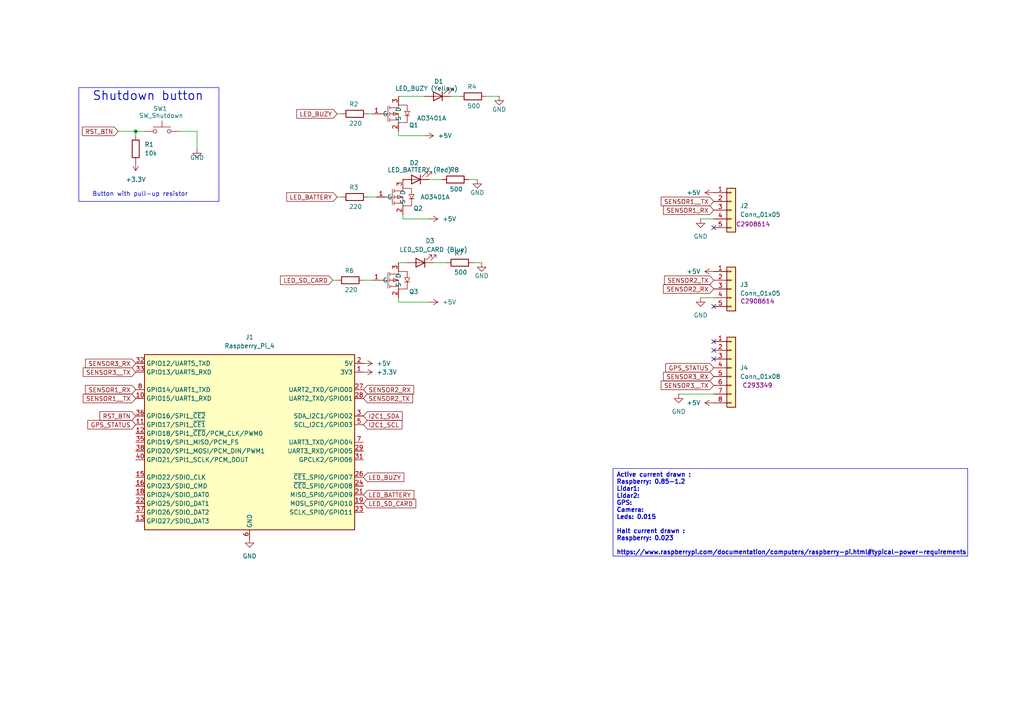
<source format=kicad_sch>
(kicad_sch (version 20250114) (generator "eeschema") (generator_version "9.0")
  (paper "A4")
  (lib_symbols
    (symbol "Connector:Raspberry_Pi_4"
      (property "Reference" "J1" (at 0 30.48 0))
      (property "Value" "Raspberry_Pi_4" (at 0 27.94 0))
      (symbol "Raspberry_Pi_4_0_1"
        (rectangle (start -30.48 25.4) (end 30.48 -25.4) (stroke (width 0.254)) (fill (type background)))
      )
      (symbol "Raspberry_Pi_4_1_1"
        (pin bidirectional line (at -33.02 22.86 0) (length 2.54) (name "GPIO12/UART5_TXD") (number "32"))
        (pin bidirectional line (at -33.02 20.32 0) (length 2.54) (name "GPIO13/UART5_RXD") (number "33"))
        (pin bidirectional line (at -33.02 15.24 0) (length 2.54) (name "GPIO14/UART1_TXD") (number "8"))
        (pin bidirectional line (at -33.02 12.7 0) (length 2.54) (name "GPIO15/UART1_RXD") (number "10"))
        (pin bidirectional line (at -33.02 7.62 0) (length 2.54) (name "GPIO16/SPI1_~{CE2}") (number "36"))
        (pin bidirectional line (at -33.02 5.08 0) (length 2.54) (name "GPIO17/SPI1_~{CE1}") (number "11"))
        (pin bidirectional line (at -33.02 2.54 0) (length 2.54) (name "GPIO18/SPI1_~{CE0}/PCM_CLK/PWM0") (number "12"))
        (pin bidirectional line (at -33.02 0 0) (length 2.54) (name "GPIO19/SPI1_MISO/PCM_FS") (number "35"))
        (pin bidirectional line (at -33.02 -2.54 0) (length 2.54) (name "GPIO20/SPI1_MOSI/PCM_DIN/PWM1") (number "38"))
        (pin bidirectional line (at -33.02 -5.08 0) (length 2.54) (name "GPIO21/SPI1_SCLK/PCM_DOUT") (number "40"))
        (pin bidirectional line (at -33.02 -10.16 0) (length 2.54) (name "GPIO22/SDIO_CLK") (number "15"))
        (pin bidirectional line (at -33.02 -12.7 0) (length 2.54) (name "GPIO23/SDIO_CMD") (number "16"))
        (pin bidirectional line (at -33.02 -15.24 0) (length 2.54) (name "GPIO24/SDIO_DAT0") (number "18"))
        (pin bidirectional line (at -33.02 -17.78 0) (length 2.54) (name "GPIO25/SDIO_DAT1") (number "22"))
        (pin bidirectional line (at -33.02 -20.32 0) (length 2.54) (name "GPIO26/SDIO_DAT2") (number "37"))
        (pin bidirectional line (at -33.02 -22.86 0) (length 2.54) (name "GPIO27/SDIO_DAT3") (number "13"))
        (pin passive line (at 0 -27.94 90) (length 2.54) (hide yes) (name "GND") (number "14"))
        (pin passive line (at 0 -27.94 90) (length 2.54) (hide yes) (name "GND") (number "20"))
        (pin passive line (at 0 -27.94 90) (length 2.54) (hide yes) (name "GND") (number "25"))
        (pin passive line (at 0 -27.94 90) (length 2.54) (hide yes) (name "GND") (number "30"))
        (pin passive line (at 0 -27.94 90) (length 2.54) (hide yes) (name "GND") (number "34"))
        (pin passive line (at 0 -27.94 90) (length 2.54) (hide yes) (name "GND") (number "39"))
        (pin power_out line (at 0 -27.94 90) (length 2.54) (name "GND") (number "6"))
        (pin passive line (at 0 -27.94 90) (length 2.54) (hide yes) (name "GND") (number "9"))
        (pin power_out line (at 33.02 22.86 180) (length 2.54) (name "5V") (number "2"))
        (pin passive line (at 33.02 22.86 180) (length 2.54) (hide yes) (name "5V") (number "4"))
        (pin power_out line (at 33.02 20.32 180) (length 2.54) (name "3V3") (number "1"))
        (pin passive line (at 33.02 20.32 180) (length 2.54) (hide yes) (name "3V3") (number "17"))
        (pin bidirectional line (at 33.02 15.24 180) (length 2.54) (name "UART2_TXD/GPIO00") (number "27"))
        (pin bidirectional line (at 33.02 12.7 180) (length 2.54) (name "UART2_TXD/GPIO01") (number "28"))
        (pin bidirectional line (at 33.02 7.62 180) (length 2.54) (name "SDA_I2C1/GPIO02") (number "3"))
        (pin bidirectional line (at 33.02 5.08 180) (length 2.54) (name "SCL_I2C1/GPIO03") (number "5"))
        (pin bidirectional line (at 33.02 0 180) (length 2.54) (name "UART3_TXD/GPIO04") (number "7"))
        (pin bidirectional line (at 33.02 -2.54 180) (length 2.54) (name "UART3_RXD/GPIO05") (number "29"))
        (pin bidirectional line (at 33.02 -5.08 180) (length 2.54) (name "GPCLK2/GPIO06") (number "31"))
        (pin bidirectional line (at 33.02 -10.16 180) (length 2.54) (name "~{CE1}_SPI0/GPIO07") (number "26"))
        (pin bidirectional line (at 33.02 -12.7 180) (length 2.54) (name "~{CE0}_SPI0/GPIO08") (number "24"))
        (pin bidirectional line (at 33.02 -15.24 180) (length 2.54) (name "MISO_SPI0/GPIO09") (number "21"))
        (pin bidirectional line (at 33.02 -17.78 180) (length 2.54) (name "MOSI_SPI0/GPIO10") (number "19"))
        (pin bidirectional line (at 33.02 -20.32 180) (length 2.54) (name "SCLK_SPI0/GPIO11") (number "23"))
      )
    )
    (symbol "Connector_Generic:Conn_01x05" (pin_names (offset 1.016) (hide yes))
      (property "Reference" "J" (at 0 7.62 0))
      (property "Value" "Conn_01x05" (at 0 -7.62 0))
      (symbol "Conn_01x05_1_1"
        (rectangle (start -1.27 6.35) (end 1.27 -6.35) (stroke (width 0.254)) (fill (type background)))
        (rectangle (start -1.27 5.207) (end 0 4.953) (stroke (width 0.1524)))
        (rectangle (start -1.27 2.667) (end 0 2.413) (stroke (width 0.1524)))
        (rectangle (start -1.27 0.127) (end 0 -0.127) (stroke (width 0.1524)))
        (rectangle (start -1.27 -2.413) (end 0 -2.667) (stroke (width 0.1524)))
        (rectangle (start -1.27 -4.953) (end 0 -5.207) (stroke (width 0.1524)))
        (pin passive line (at -5.08 5.08 0) (length 3.81) (name "Pin_1") (number "1"))
        (pin passive line (at -5.08 2.54 0) (length 3.81) (name "Pin_2") (number "2"))
        (pin passive line (at -5.08 0 0) (length 3.81) (name "Pin_3") (number "3"))
        (pin passive line (at -5.08 -2.54 0) (length 3.81) (name "Pin_4") (number "4"))
        (pin passive line (at -5.08 -5.08 0) (length 3.81) (name "Pin_5") (number "5"))
      )
    )
    (symbol "Connector_Generic:Conn_01x08" (pin_names (offset 1.016) (hide yes))
      (property "Reference" "J" (at 0 10.16 0))
      (property "Value" "Conn_01x08" (at 0 -12.7 0))
      (symbol "Conn_01x08_1_1"
        (rectangle (start -1.27 8.89) (end 1.27 -11.43) (stroke (width 0.254)) (fill (type background)))
        (rectangle (start -1.27 7.747) (end 0 7.493) (stroke (width 0.1524)))
        (rectangle (start -1.27 5.207) (end 0 4.953) (stroke (width 0.1524)))
        (rectangle (start -1.27 2.667) (end 0 2.413) (stroke (width 0.1524)))
        (rectangle (start -1.27 0.127) (end 0 -0.127) (stroke (width 0.1524)))
        (rectangle (start -1.27 -2.413) (end 0 -2.667) (stroke (width 0.1524)))
        (rectangle (start -1.27 -4.953) (end 0 -5.207) (stroke (width 0.1524)))
        (rectangle (start -1.27 -7.493) (end 0 -7.747) (stroke (width 0.1524)))
        (rectangle (start -1.27 -10.033) (end 0 -10.287) (stroke (width 0.1524)))
        (pin passive line (at -5.08 7.62 0) (length 3.81) (name "Pin_1") (number "1"))
        (pin passive line (at -5.08 5.08 0) (length 3.81) (name "Pin_2") (number "2"))
        (pin passive line (at -5.08 2.54 0) (length 3.81) (name "Pin_3") (number "3"))
        (pin passive line (at -5.08 0 0) (length 3.81) (name "Pin_4") (number "4"))
        (pin passive line (at -5.08 -2.54 0) (length 3.81) (name "Pin_5") (number "5"))
        (pin passive line (at -5.08 -5.08 0) (length 3.81) (name "Pin_6") (number "6"))
        (pin passive line (at -5.08 -7.62 0) (length 3.81) (name "Pin_7") (number "7"))
        (pin passive line (at -5.08 -10.16 0) (length 3.81) (name "Pin_8") (number "8"))
      )
    )
    (symbol "Device:LED" (pin_numbers (hide yes)) (pin_names (offset 1.016) (hide yes))
      (property "Reference" "D" (at 0 2.54 0))
      (property "Value" "LED" (at 0 -2.54 0))
      (symbol "LED_0_1"
        (polyline (pts (xy -3.048 -0.762) (xy -4.572 -2.286) (xy -3.81 -2.286) (xy -4.572 -2.286) (xy -4.572 -1.524)))
        (polyline (pts (xy -1.778 -0.762) (xy -3.302 -2.286) (xy -2.54 -2.286) (xy -3.302 -2.286) (xy -3.302 -1.524)))
        (polyline (pts (xy -1.27 0) (xy 1.27 0)))
        (polyline (pts (xy -1.27 -1.27) (xy -1.27 1.27)) (stroke (width 0.254)))
        (polyline (pts (xy 1.27 -1.27) (xy 1.27 1.27) (xy -1.27 0) (xy 1.27 -1.27)) (stroke (width 0.254)))
      )
      (symbol "LED_1_1"
        (pin passive line (at -3.81 0 0) (length 2.54) (name "K") (number "1"))
        (pin passive line (at 3.81 0 180) (length 2.54) (name "A") (number "2"))
      )
    )
    (symbol "Device:R" (pin_numbers (hide yes)) (pin_names (offset 0))
      (property "Reference" "R" (at 2.032 0 90))
      (property "Value" "R" (at 0 0 90))
      (symbol "R_0_1"
        (rectangle (start -1.016 -2.54) (end 1.016 2.54) (stroke (width 0.254)))
      )
      (symbol "R_1_1"
        (pin passive line (at 0 3.81 270) (length 1.27) (name "~") (number "1"))
        (pin passive line (at 0 -3.81 90) (length 1.27) (name "~") (number "2"))
      )
    )
    (symbol "Switch:SW_Push" (pin_numbers (hide yes)) (pin_names (offset 1.016) (hide yes))
      (property "Reference" "SW" (at 1.27 2.54 0))
      (property "Value" "SW_Push" (at 0 -1.524 0))
      (symbol "SW_Push_0_1"
        (circle (center -2.032 0) (radius 0.508))
        (polyline (pts (xy 0 1.27) (xy 0 3.048)))
        (circle (center 2.032 0) (radius 0.508))
        (polyline (pts (xy 2.54 1.27) (xy -2.54 1.27)))
        (pin passive line (at -5.08 0 0) (length 2.54) (name "1") (number "1"))
        (pin passive line (at 5.08 0 180) (length 2.54) (name "2") (number "2"))
      )
    )
    (symbol "easyeda2kicad:AO3401A"
      (property "Reference" "Q" (at 0 10.16 0))
      (property "Value" "AO3401A" (at 0 -10.16 0))
      (symbol "AO3401A_0_1"
        (polyline (pts (xy -2.54 0) (xy -0.51 0)))
        (polyline (pts (xy -0.51 2.29) (xy -0.51 -2.29)))
        (polyline (pts (xy 0 1.27) (xy 0 2.29)))
        (polyline (pts (xy 0 0) (xy 2.54 0) (xy 2.54 -2.54)))
        (polyline (pts (xy 0 -0.51) (xy 0 0.51)))
        (polyline (pts (xy 0 -2.29) (xy 0 -1.27)))
        (polyline (pts (xy 2.54 1.78) (xy 0 1.78)))
        (polyline (pts (xy 2.54 1.78) (xy 2.54 2.54) (xy 5.08 2.54) (xy 5.08 0.76)))
        (polyline (pts (xy 2.54 0) (xy 1.02 0.51) (xy 1.02 -0.51) (xy 2.54 0)) (fill (type background)))
        (polyline (pts (xy 2.54 -1.78) (xy 0 -1.78)))
        (polyline (pts (xy 2.54 -2.54) (xy 5.08 -2.54) (xy 5.08 -0.51)))
        (polyline (pts (xy 5.08 -0.51) (xy 5.84 0.76) (xy 4.32 0.76) (xy 5.08 -0.51)) (fill (type background)))
        (polyline (pts (xy 5.84 -0.51) (xy 5.59 -0.51) (xy 4.57 -0.51) (xy 4.32 -0.51)))
        (pin unspecified line (at -5.08 0 0) (length 2.54) (name "G") (number "1"))
        (pin unspecified line (at 2.54 5.08 270) (length 2.54) (name "D") (number "3"))
        (pin unspecified line (at 2.54 -5.08 90) (length 2.54) (name "S") (number "2"))
      )
    )
    (symbol "power:+3.3V" (power) (pin_numbers (hide yes)) (pin_names (offset 0) (hide yes))
      (property "Value" "+3.3V" (at 0 3.556 0))
      (symbol "+3.3V_0_1"
        (polyline (pts (xy -0.762 1.27) (xy 0 2.54)))
        (polyline (pts (xy 0 2.54) (xy 0.762 1.27)))
        (polyline (pts (xy 0 0) (xy 0 2.54)))
      )
      (symbol "+3.3V_1_1"
        (pin power_in line (at 0 0 90) (length 0) (name "~") (number "1"))
      )
    )
    (symbol "power:+5V" (power) (pin_numbers (hide yes)) (pin_names (offset 0) (hide yes))
      (property "Value" "+5V" (at 0 3.556 0))
      (symbol "+5V_0_1"
        (polyline (pts (xy -0.762 1.27) (xy 0 2.54)))
        (polyline (pts (xy 0 2.54) (xy 0.762 1.27)))
        (polyline (pts (xy 0 0) (xy 0 2.54)))
      )
      (symbol "+5V_1_1"
        (pin power_in line (at 0 0 90) (length 0) (name "~") (number "1"))
      )
    )
    (symbol "power:GND" (power) (pin_numbers (hide yes)) (pin_names (offset 0) (hide yes))
      (property "Value" "GND" (at 0 -3.81 0))
      (symbol "GND_0_1"
        (polyline (pts (xy 0 0) (xy 0 -1.27) (xy 1.27 -1.27) (xy 0 -2.54) (xy -1.27 -1.27) (xy 0 -1.27)))
      )
      (symbol "GND_1_1"
        (pin power_in line (at 0 0 270) (length 0) (name "~") (number "1"))
      )
    )
  )
  (rectangle (start 22.86 25.4) (end 63.5 58.42))
  (text "Button with pull-up resistor" (at 40.64 56.388 0) (effects (font (size 1.27 1.27))))
  (text "Shutdown button" (at 42.926 27.94 0) (effects (font (size 2.54 2.54) (thickness 0.254) (bold yes))))
  (text_box "Active current drawn :\nRaspberry: 0.85-1.2\nLidar1: \nLidar2:\nGPS:\nCamera:\nLeds: 0.015\n\nHalt current drawn :\nRaspberry: 0.023\n\nhttps://www.raspberrypi.com/documentation/computers/raspberry-pi.html#typical-power-requirements" (at 177.8 135.89 0) (size 102.87 25.4) (margins 0.9525 0.9525 0.9525 0.9525) (effects (font (size 1.27 1.27) (thickness 0.254) (bold yes)) (justify left top)))
  (junction (at 39.37 38.1))
  (no_connect (at 207.01 88.9))
  (no_connect (at 207.01 66.04))
  (no_connect (at 207.01 104.14))
  (no_connect (at 207.01 101.6))
  (no_connect (at 207.01 99.06))
  (wire (pts (xy 123.19 39.37) (xy 115.57 39.37)))
  (wire (pts (xy 106.68 57.15) (xy 109.22 57.15)))
  (wire (pts (xy 97.79 57.15) (xy 99.06 57.15)))
  (wire (pts (xy 138.43 52.07) (xy 135.89 52.07)))
  (wire (pts (xy 39.37 39.37) (xy 39.37 38.1)))
  (wire (pts (xy 144.78 27.94) (xy 140.97 27.94)))
  (wire (pts (xy 124.46 52.07) (xy 128.27 52.07)))
  (wire (pts (xy 105.41 81.28) (xy 107.95 81.28)))
  (wire (pts (xy 116.84 63.5) (xy 116.84 62.23)))
  (wire (pts (xy 57.15 43.18) (xy 57.15 38.1)))
  (wire (pts (xy 106.68 33.02) (xy 107.95 33.02)))
  (wire (pts (xy 115.57 27.94) (xy 123.19 27.94)))
  (wire (pts (xy 115.57 87.63) (xy 115.57 86.36)))
  (wire (pts (xy 96.52 81.28) (xy 97.79 81.28)))
  (wire (pts (xy 115.57 39.37) (xy 115.57 38.1)))
  (wire (pts (xy 125.73 76.2) (xy 129.54 76.2)))
  (wire (pts (xy 203.2 86.36) (xy 207.01 86.36)))
  (wire (pts (xy 118.11 76.2) (xy 115.57 76.2)))
  (wire (pts (xy 124.46 87.63) (xy 115.57 87.63)))
  (wire (pts (xy 41.91 38.1) (xy 39.37 38.1)))
  (wire (pts (xy 57.15 38.1) (xy 52.07 38.1)))
  (wire (pts (xy 34.29 38.1) (xy 39.37 38.1)))
  (wire (pts (xy 97.79 33.02) (xy 99.06 33.02)))
  (wire (pts (xy 203.2 63.5) (xy 207.01 63.5)))
  (wire (pts (xy 196.85 114.3) (xy 207.01 114.3)))
  (wire (pts (xy 133.35 27.94) (xy 130.81 27.94)))
  (wire (pts (xy 116.84 63.5) (xy 124.46 63.5)))
  (wire (pts (xy 139.7 76.2) (xy 137.16 76.2)))
  (global_label "SENSOR2_RX" (shape input) (at 105.41 113.03 0) (property "Intersheetrefs" "${INTERSHEET_REFS}" (effects (hide yes))))
  (global_label "SENSOR1__TX" (shape input) (at 39.37 115.57 180) (property "Intersheetrefs" "${INTERSHEET_REFS}" (effects (hide yes))))
  (global_label "SENSOR2_RX" (shape input) (at 207.01 83.82 180) (property "Intersheetrefs" "${INTERSHEET_REFS}" (effects (hide yes))))
  (global_label "GPS_STATUS" (shape input) (at 39.37 123.19 180) (property "Intersheetrefs" "${INTERSHEET_REFS}" (effects (hide yes))))
  (global_label "LED_BATTERY" (shape input) (at 105.41 143.51 0) (property "Intersheetrefs" "${INTERSHEET_REFS}" (effects (hide yes))))
  (global_label "RST_BTN" (shape input) (at 39.37 120.65 180) (property "Intersheetrefs" "${INTERSHEET_REFS}" (effects (hide yes))))
  (global_label "SENSOR2_TX" (shape input) (at 105.41 115.57 0) (property "Intersheetrefs" "${INTERSHEET_REFS}" (effects (hide yes))))
  (global_label "LED_BATTERY" (shape input) (at 97.79 57.15 180) (property "Intersheetrefs" "${INTERSHEET_REFS}" (effects (hide yes))))
  (global_label "GPS_STATUS" (shape input) (at 207.01 106.68 180) (property "Intersheetrefs" "${INTERSHEET_REFS}" (effects (hide yes))))
  (global_label "LED_BUZY" (shape input) (at 97.79 33.02 180) (property "Intersheetrefs" "${INTERSHEET_REFS}" (effects (hide yes))))
  (global_label "I2C1_SCL" (shape input) (at 105.41 123.19 0) (property "Intersheetrefs" "${INTERSHEET_REFS}" (effects (hide yes))))
  (global_label "SENSOR3_RX" (shape input) (at 207.01 109.22 180) (property "Intersheetrefs" "${INTERSHEET_REFS}" (effects (hide yes))))
  (global_label "SENSOR3__TX" (shape input) (at 207.01 111.76 180) (property "Intersheetrefs" "${INTERSHEET_REFS}" (effects (hide yes))))
  (global_label "SENSOR1_RX" (shape input) (at 207.01 60.96 180) (property "Intersheetrefs" "${INTERSHEET_REFS}" (effects (hide yes))))
  (global_label "SENSOR3_RX" (shape input) (at 39.37 105.41 180) (property "Intersheetrefs" "${INTERSHEET_REFS}" (effects (hide yes))))
  (global_label "I2C1_SDA" (shape input) (at 105.41 120.65 0) (property "Intersheetrefs" "${INTERSHEET_REFS}" (effects (hide yes))))
  (global_label "RST_BTN" (shape input) (at 34.29 38.1 180) (property "Intersheetrefs" "${INTERSHEET_REFS}" (effects (hide yes))))
  (global_label "SENSOR2_TX" (shape input) (at 207.01 81.28 180) (property "Intersheetrefs" "${INTERSHEET_REFS}" (effects (hide yes))))
  (global_label "SENSOR3__TX" (shape input) (at 39.37 107.95 180) (property "Intersheetrefs" "${INTERSHEET_REFS}" (effects (hide yes))))
  (global_label "SENSOR1_RX" (shape input) (at 39.37 113.03 180) (property "Intersheetrefs" "${INTERSHEET_REFS}" (effects (hide yes))))
  (global_label "LED_SD_CARD" (shape input) (at 96.52 81.28 180) (property "Intersheetrefs" "${INTERSHEET_REFS}" (effects (hide yes))))
  (global_label "LED_BUZY" (shape input) (at 105.41 138.43 0) (property "Intersheetrefs" "${INTERSHEET_REFS}" (effects (hide yes))))
  (global_label "SENSOR1__TX" (shape input) (at 207.01 58.42 180) (property "Intersheetrefs" "${INTERSHEET_REFS}" (effects (hide yes))))
  (global_label "LED_SD_CARD" (shape input) (at 105.41 146.05 0) (property "Intersheetrefs" "${INTERSHEET_REFS}" (effects (hide yes))))
  (symbol (lib_id "power:+5V") (at 207.01 55.88 90) (unit 1)
    (property "Reference" "#PWR06" (effects (hide yes)))
    (property "Value" "+5V" (at 203.2 55.8799 90) (effects (justify left)))
    (property "Description" "Power symbol creates a global label with name \"+5V\"" (effects (hide yes)))
  )
  (symbol (lib_id "Connector_Generic:Conn_01x05") (at 212.09 83.82 0) (unit 1)
    (property "Reference" "J3" (at 214.63 82.5499 0) (effects (justify left)))
    (property "Value" "Conn_01x05" (at 214.63 85.0899 0) (effects (justify left)))
    (property "Footprint" "Connector_JST:JST_PH_S5B-PH-K_1x05_P2.00mm_Horizontal" (effects (hide yes)))
    (property "Description" "Generic connector, single row, 01x05, script generated (kicad-library-utils/schlib/autogen/connector/)" (effects (hide yes)))
    (property "LCSC Part" "C2908614" (at 219.71 87.376 0))
  )
  (symbol (lib_id "easyeda2kicad:AO3401A") (at 114.3 57.15 0) (unit 1)
    (property "Reference" "Q2" (at 119.888 60.452 0) (effects (justify left)))
    (property "Value" "AO3401A" (at 121.92 57.15 0) (effects (justify left)))
    (property "Footprint" "Package_TO_SOT_SMD:SOT-23W" (effects (hide yes)))
    (property "Datasheet" "https://lcsc.com/product-detail/MOSFET_AOS_AO3401A_AO3401A_C15127.html" (effects (hide yes)))
    (property "LCSC Part" "C15127" (effects (hide yes)))
  )
  (symbol (lib_id "power:+5V") (at 207.01 116.84 90) (unit 1)
    (property "Reference" "#PWR017" (effects (hide yes)))
    (property "Value" "+5V" (at 203.2 116.8399 90) (effects (justify left)))
    (property "Description" "Power symbol creates a global label with name \"+5V\"" (effects (hide yes)))
  )
  (symbol (lib_id "power:GND") (at 72.39 156.21 0) (unit 1)
    (property "Reference" "#PWR08" (effects (hide yes)))
    (property "Value" "GND" (at 72.39 161.29 0))
    (property "Description" "Power symbol creates a global label with name \"GND\" , ground" (effects (hide yes)))
  )
  (symbol (lib_id "Device:R") (at 102.87 33.02 90) (unit 1)
    (property "Reference" "R2" (at 102.616 30.226 90))
    (property "Value" "220" (at 103.124 35.814 90))
    (property "Footprint" "Resistor_SMD:R_0805_2012Metric" (effects (hide yes)))
    (property "Description" "Resistor" (effects (hide yes)))
    (property "LCSC Part" "C17557" (effects (hide yes)))
  )
  (symbol (lib_id "Device:R") (at 101.6 81.28 90) (unit 1)
    (property "Reference" "R6" (at 101.346 78.486 90))
    (property "Value" "220" (at 101.854 84.074 90))
    (property "Footprint" "Resistor_SMD:R_0805_2012Metric" (effects (hide yes)))
    (property "Description" "Resistor" (effects (hide yes)))
    (property "LCSC Part" "C17557" (effects (hide yes)))
  )
  (symbol (lib_id "Device:LED") (at 127 27.94 180) (unit 1)
    (property "Reference" "D1" (at 127.254 23.622 0))
    (property "Value" "LED_BUZY (Yellow)" (at 123.698 25.654 0))
    (property "Footprint" "LED_THT:LED_D3.0mm_Horizontal_O1.27mm_Z2.0mm" (effects (hide yes)))
    (property "Description" "Light emitting diode" (effects (hide yes)))
    (property "Sim.Pins" "1=K 2=A" (effects (hide yes)))
    (property "LCSC Part" "C330775" (effects (hide yes)))
  )
  (symbol (lib_id "Device:R") (at 133.35 76.2 90) (unit 1)
    (property "Reference" "R7" (at 133.096 73.406 90))
    (property "Value" "500" (at 133.604 78.994 90))
    (property "Footprint" "Resistor_SMD:R_0805_2012Metric" (effects (hide yes)))
    (property "Description" "Resistor" (effects (hide yes)))
    (property "LCSC Part" "C17734" (effects (hide yes)))
  )
  (symbol (lib_id "Connector:Raspberry_Pi_4") (at 72.39 128.27 0) (unit 1)
    (property "Reference" "J1" (at 72.39 97.79 0))
    (property "Value" "Raspberry_Pi_4" (at 72.39 100.33 0))
    (property "Footprint" "Connector_PinSocket_2.54mm:PinSocket_2x20_P2.54mm_Vertical" (effects (hide yes)))
    (property "Datasheet" "https://datasheets.raspberrypi.com/rpi4/raspberry-pi-4-datasheet.pdf" (effects (hide yes)))
    (property "Description" "Raspberry Pi 4 Model B" (effects (hide yes)))
    (property "LCSC Part" "C35165" (effects (hide yes)))
  )
  (symbol (lib_id "power:GND") (at 203.2 86.36 0) (unit 1)
    (property "Reference" "#PWR016" (effects (hide yes)))
    (property "Value" "GND" (at 203.2 91.44 0))
    (property "Description" "Power symbol creates a global label with name \"GND\" , ground" (effects (hide yes)))
  )
  (symbol (lib_id "power:GND") (at 144.78 27.94 0) (unit 1)
    (property "Reference" "#PWR013" (effects (hide yes)))
    (property "Value" "GND" (at 144.78 31.75 0))
    (property "Description" "Power symbol creates a global label with name \"GND\" , ground" (effects (hide yes)))
  )
  (symbol (lib_id "Connector_Generic:Conn_01x05") (at 212.09 60.96 0) (unit 1)
    (property "Reference" "J2" (at 214.63 59.6899 0) (effects (justify left)))
    (property "Value" "Conn_01x05" (at 214.63 62.2299 0) (effects (justify left)))
    (property "Footprint" "Connector_JST:JST_PH_S5B-PH-K_1x05_P2.00mm_Horizontal" (effects (hide yes)))
    (property "Description" "Generic connector, single row, 01x05, script generated (kicad-library-utils/schlib/autogen/connector/)" (effects (hide yes)))
    (property "LCSC Part" "C2908614" (at 218.44 65.024 0))
  )
  (symbol (lib_id "power:GND") (at 138.43 52.07 0) (unit 1)
    (property "Reference" "#PWR014" (effects (hide yes)))
    (property "Value" "GND" (at 138.43 55.88 0))
    (property "Description" "Power symbol creates a global label with name \"GND\" , ground" (effects (hide yes)))
  )
  (symbol (lib_id "Device:R") (at 102.87 57.15 90) (unit 1)
    (property "Reference" "R3" (at 102.616 54.356 90))
    (property "Value" "220" (at 103.124 59.944 90))
    (property "Footprint" "Resistor_SMD:R_0805_2012Metric" (effects (hide yes)))
    (property "Description" "Resistor" (effects (hide yes)))
    (property "LCSC Part" "C17557" (effects (hide yes)))
  )
  (symbol (lib_id "power:+5V") (at 105.41 105.41 270) (unit 1)
    (property "Reference" "#PWR01" (effects (hide yes)))
    (property "Value" "+5V" (at 109.22 105.4099 90) (effects (justify left)))
    (property "Description" "Power symbol creates a global label with name \"+5V\"" (effects (hide yes)))
  )
  (symbol (lib_id "Device:LED") (at 120.65 52.07 180) (unit 1)
    (property "Reference" "D2" (at 120.142 47.244 0))
    (property "Value" "LED_BATTERY (Red)" (at 121.666 49.276 0))
    (property "Footprint" "LED_THT:LED_D3.0mm_Horizontal_O1.27mm_Z2.0mm" (effects (hide yes)))
    (property "Description" "Light emitting diode" (effects (hide yes)))
    (property "Sim.Pins" "1=K 2=A" (effects (hide yes)))
    (property "LCSC Part" "C330774" (effects (hide yes)))
  )
  (symbol (lib_id "power:+5V") (at 123.19 39.37 270) (unit 1)
    (property "Reference" "#PWR02" (effects (hide yes)))
    (property "Value" "+5V" (at 127 39.3699 90) (effects (justify left)))
    (property "Description" "Power symbol creates a global label with name \"+5V\"" (effects (hide yes)))
  )
  (symbol (lib_id "Device:R") (at 132.08 52.07 90) (unit 1)
    (property "Reference" "R8" (at 131.826 49.276 90))
    (property "Value" "500" (at 132.334 54.864 90))
    (property "Footprint" "Resistor_SMD:R_0805_2012Metric" (effects (hide yes)))
    (property "Description" "Resistor" (effects (hide yes)))
    (property "LCSC Part" "C17734" (effects (hide yes)))
  )
  (symbol (lib_id "power:+3.3V") (at 39.37 46.99 180) (unit 1)
    (property "Reference" "#PWR010" (effects (hide yes)))
    (property "Value" "+3.3V" (at 39.37 52.07 0))
    (property "Description" "Power symbol creates a global label with name \"+3.3V\"" (effects (hide yes)))
  )
  (symbol (lib_id "easyeda2kicad:AO3401A") (at 113.03 81.28 0) (unit 1)
    (property "Reference" "Q3" (at 118.618 84.582 0) (effects (justify left)))
    (property "Value" "AO3401A" (effects (hide yes)))
    (property "Footprint" "Package_TO_SOT_SMD:SOT-23W" (effects (hide yes)))
    (property "Datasheet" "https://lcsc.com/product-detail/MOSFET_AOS_AO3401A_AO3401A_C15127.html" (effects (hide yes)))
    (property "LCSC Part" "C15127" (effects (hide yes)))
  )
  (symbol (lib_id "power:+5V") (at 207.01 78.74 90) (unit 1)
    (property "Reference" "#PWR07" (effects (hide yes)))
    (property "Value" "+5V" (at 203.2 78.7399 90) (effects (justify left)))
    (property "Description" "Power symbol creates a global label with name \"+5V\"" (effects (hide yes)))
  )
  (symbol (lib_id "power:GND") (at 196.85 114.3 0) (unit 1)
    (property "Reference" "#PWR018" (effects (hide yes)))
    (property "Value" "GND" (at 196.85 119.38 0))
    (property "Description" "Power symbol creates a global label with name \"GND\" , ground" (effects (hide yes)))
  )
  (symbol (lib_id "Connector_Generic:Conn_01x08") (at 212.09 106.68 0) (unit 1)
    (property "Reference" "J4" (at 214.63 106.6799 0) (effects (justify left)))
    (property "Value" "Conn_01x08" (at 214.63 109.2199 0) (effects (justify left)))
    (property "Footprint" "Connector_Molex:Molex_PicoBlade_53261-0871_1x08-1MP_P1.25mm_Horizontal" (effects (hide yes)))
    (property "Description" "Generic connector, single row, 01x08, script generated (kicad-library-utils/schlib/autogen/connector/)" (effects (hide yes)))
    (property "LCSC Part" "C293349" (at 219.71 111.76 0))
  )
  (symbol (lib_id "Device:R") (at 39.37 43.18 0) (unit 1)
    (property "Reference" "R1" (at 41.91 41.9099 0) (effects (justify left)))
    (property "Value" "10k" (at 41.91 44.4499 0) (effects (justify left)))
    (property "Footprint" "Resistor_SMD:R_0805_2012Metric" (effects (hide yes)))
    (property "Description" "Resistor" (effects (hide yes)))
    (property "LCSC Part" "C17414" (effects (hide yes)))
  )
  (symbol (lib_id "power:GND") (at 139.7 76.2 0) (unit 1)
    (property "Reference" "#PWR015" (effects (hide yes)))
    (property "Value" "GND" (at 139.7 80.01 0))
    (property "Description" "Power symbol creates a global label with name \"GND\" , ground" (effects (hide yes)))
  )
  (symbol (lib_id "Device:R") (at 137.16 27.94 90) (unit 1)
    (property "Reference" "R4" (at 136.906 25.146 90))
    (property "Value" "500" (at 137.414 30.734 90))
    (property "Footprint" "Resistor_SMD:R_0805_2012Metric" (effects (hide yes)))
    (property "Description" "Resistor" (effects (hide yes)))
    (property "LCSC Part" "C17734" (effects (hide yes)))
  )
  (symbol (lib_id "Device:LED") (at 121.92 76.2 180) (unit 1)
    (property "Reference" "D3" (at 124.714 69.85 0))
    (property "Value" "LED_SD_CARD (Blue)" (at 125.73 72.39 0))
    (property "Footprint" "LED_THT:LED_D3.0mm_Horizontal_O1.27mm_Z2.0mm" (effects (hide yes)))
    (property "Description" "Light emitting diode" (effects (hide yes)))
    (property "Sim.Pins" "1=K 2=A" (effects (hide yes)))
    (property "LCSC Part" "C330750" (effects (hide yes)))
  )
  (symbol (lib_id "easyeda2kicad:AO3401A") (at 113.03 33.02 0) (unit 1)
    (property "Reference" "Q1" (at 118.618 36.322 0) (effects (justify left)))
    (property "Value" "AO3401A" (at 120.904 34.29 0) (effects (justify left)))
    (property "Footprint" "Package_TO_SOT_SMD:SOT-23W" (effects (hide yes)))
    (property "Datasheet" "https://lcsc.com/product-detail/MOSFET_AOS_AO3401A_AO3401A_C15127.html" (effects (hide yes)))
    (property "LCSC Part" "C15127" (effects (hide yes)))
  )
  (symbol (lib_id "power:+5V") (at 124.46 63.5 270) (unit 1)
    (property "Reference" "#PWR03" (effects (hide yes)))
    (property "Value" "+5V" (at 128.27 63.4999 90) (effects (justify left)))
    (property "Description" "Power symbol creates a global label with name \"+5V\"" (effects (hide yes)))
  )
  (symbol (lib_id "power:+3.3V") (at 105.41 107.95 270) (unit 1)
    (property "Reference" "#PWR09" (effects (hide yes)))
    (property "Value" "+3.3V" (at 109.22 107.9499 90) (effects (justify left)))
    (property "Description" "Power symbol creates a global label with name \"+3.3V\"" (effects (hide yes)))
  )
  (symbol (lib_id "power:+5V") (at 124.46 87.63 270) (unit 1)
    (property "Reference" "#PWR04" (effects (hide yes)))
    (property "Value" "+5V" (at 128.27 87.6299 90) (effects (justify left)))
    (property "Description" "Power symbol creates a global label with name \"+5V\"" (effects (hide yes)))
  )
  (symbol (lib_id "Switch:SW_Push") (at 46.99 38.1 0) (unit 1)
    (property "Reference" "SW1" (at 46.482 31.496 0))
    (property "Value" "SW_Shutdown" (at 46.736 33.528 0))
    (property "Footprint" "Button_Switch_THT:SW_Tactile_SPST_Angled_PTS645Vx83-2LFS" (effects (hide yes)))
    (property "Description" "Push button switch, generic, two pins" (effects (hide yes)))
    (property "LCSC Part" "C318869" (effects (hide yes)))
  )
  (symbol (lib_id "power:GND") (at 57.15 43.18 0) (unit 1)
    (property "Reference" "#PWR011" (effects (hide yes)))
    (property "Value" "GND" (at 57.15 45.72 0))
    (property "Description" "Power symbol creates a global label with name \"GND\" , ground" (effects (hide yes)))
  )
  (symbol (lib_id "power:GND") (at 203.2 63.5 0) (unit 1)
    (property "Reference" "#PWR012" (effects (hide yes)))
    (property "Value" "GND" (at 203.2 68.58 0))
    (property "Description" "Power symbol creates a global label with name \"GND\" , ground" (effects (hide yes)))
  )
)
</source>
